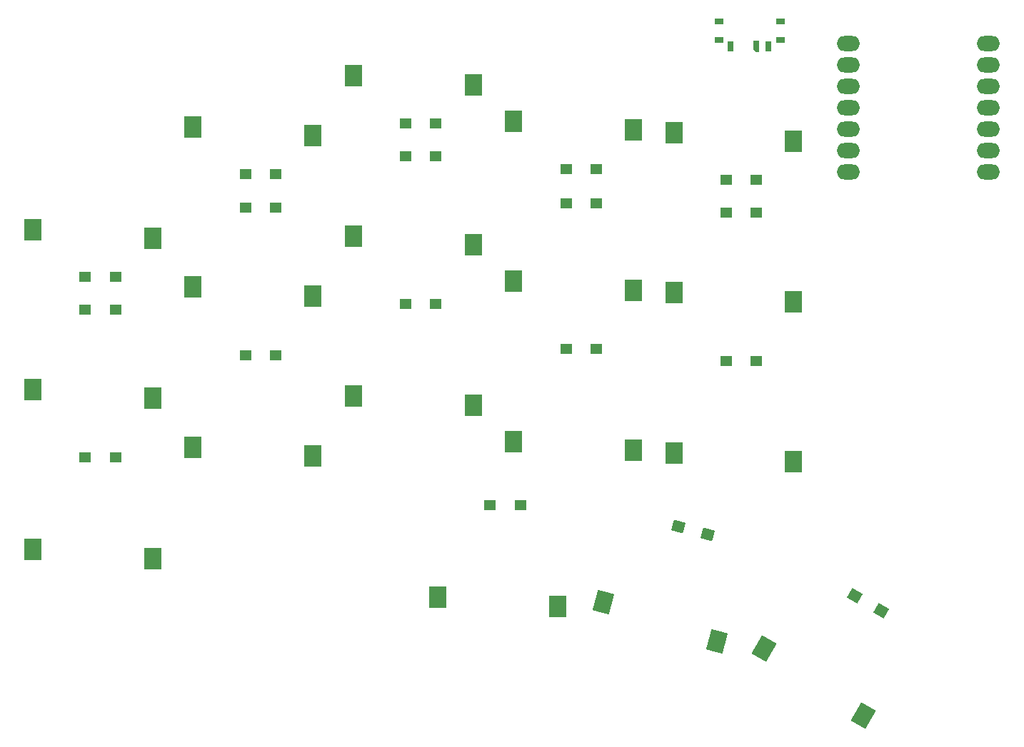
<source format=gbp>
%TF.GenerationSoftware,KiCad,Pcbnew,8.0.5*%
%TF.CreationDate,2025-01-25T20:15:24+02:00*%
%TF.ProjectId,1_3AS,315f3341-532e-46b6-9963-61645f706362,rev?*%
%TF.SameCoordinates,Original*%
%TF.FileFunction,Paste,Bot*%
%TF.FilePolarity,Positive*%
%FSLAX46Y46*%
G04 Gerber Fmt 4.6, Leading zero omitted, Abs format (unit mm)*
G04 Created by KiCad (PCBNEW 8.0.5) date 2025-01-25 20:15:24*
%MOMM*%
%LPD*%
G01*
G04 APERTURE LIST*
G04 Aperture macros list*
%AMRotRect*
0 Rectangle, with rotation*
0 The origin of the aperture is its center*
0 $1 length*
0 $2 width*
0 $3 Rotation angle, in degrees counterclockwise*
0 Add horizontal line*
21,1,$1,$2,0,0,$3*%
%AMOutline5P*
0 Free polygon, 5 corners , with rotation*
0 The origin of the aperture is its center*
0 number of corners: always 5*
0 $1 to $10 corner X, Y*
0 $11 Rotation angle, in degrees counterclockwise*
0 create outline with 5 corners*
4,1,5,$1,$2,$3,$4,$5,$6,$7,$8,$9,$10,$1,$2,$11*%
%AMOutline6P*
0 Free polygon, 6 corners , with rotation*
0 The origin of the aperture is its center*
0 number of corners: always 6*
0 $1 to $12 corner X, Y*
0 $13 Rotation angle, in degrees counterclockwise*
0 create outline with 6 corners*
4,1,6,$1,$2,$3,$4,$5,$6,$7,$8,$9,$10,$11,$12,$1,$2,$13*%
%AMOutline7P*
0 Free polygon, 7 corners , with rotation*
0 The origin of the aperture is its center*
0 number of corners: always 7*
0 $1 to $14 corner X, Y*
0 $15 Rotation angle, in degrees counterclockwise*
0 create outline with 7 corners*
4,1,7,$1,$2,$3,$4,$5,$6,$7,$8,$9,$10,$11,$12,$13,$14,$1,$2,$15*%
%AMOutline8P*
0 Free polygon, 8 corners , with rotation*
0 The origin of the aperture is its center*
0 number of corners: always 8*
0 $1 to $16 corner X, Y*
0 $17 Rotation angle, in degrees counterclockwise*
0 create outline with 8 corners*
4,1,8,$1,$2,$3,$4,$5,$6,$7,$8,$9,$10,$11,$12,$13,$14,$15,$16,$1,$2,$17*%
G04 Aperture macros list end*
%ADD10RotRect,2.000000X2.500000X330.000000*%
%ADD11R,2.000000X2.500000*%
%ADD12RotRect,2.000000X2.500000X345.000000*%
%ADD13RotRect,1.425000X1.300000X165.000000*%
%ADD14R,1.425000X1.300000*%
%ADD15RotRect,1.425000X1.300000X150.000000*%
%ADD16O,2.750000X1.800000*%
%ADD17R,1.000000X0.800000*%
%ADD18R,0.700000X1.280000*%
%ADD19Outline5P,-0.350000X0.640000X0.350000X0.640000X0.350000X-0.640000X-0.070000X-0.640000X-0.350000X-0.360000X0.000000*%
G04 APERTURE END LIST*
D10*
X182199061Y-130489492D03*
X193971622Y-138498819D03*
D11*
X114500000Y-87640970D03*
X128700000Y-88690970D03*
D12*
X163191220Y-124992485D03*
X176635607Y-129681938D03*
D11*
X95500000Y-80790970D03*
X109700000Y-81840970D03*
X152500000Y-67940970D03*
X166700000Y-68990970D03*
X114500000Y-106640970D03*
X128700000Y-107690970D03*
X171500000Y-88315970D03*
X185700000Y-89365970D03*
X171500000Y-69315970D03*
X185700000Y-70365970D03*
X152500000Y-105940970D03*
X166700000Y-106990970D03*
X152500000Y-86940970D03*
X166700000Y-87990970D03*
X114500000Y-68640970D03*
X128700000Y-69690970D03*
X171500000Y-107315970D03*
X185700000Y-108365970D03*
X95500000Y-99790970D03*
X109700000Y-100840970D03*
X133500000Y-62565970D03*
X147700000Y-63615970D03*
X143500000Y-124440700D03*
X157700000Y-125490700D03*
X133500000Y-100565970D03*
X147700000Y-101615970D03*
X95500000Y-118790970D03*
X109700000Y-119840970D03*
X133500000Y-81565970D03*
X147700000Y-82615970D03*
D13*
X175526592Y-116962639D03*
X172073408Y-116037361D03*
D14*
X181287500Y-96400000D03*
X177712500Y-96400000D03*
D15*
X196073739Y-126021799D03*
X192977699Y-124234299D03*
D14*
X153287500Y-113500000D03*
X149712500Y-113500000D03*
X105287500Y-86400000D03*
X101712500Y-86400000D03*
X105287500Y-90297000D03*
X101712500Y-90297000D03*
X162287500Y-95000000D03*
X158712500Y-95000000D03*
X181287500Y-74900000D03*
X177712500Y-74900000D03*
X181287500Y-78800000D03*
X177712500Y-78800000D03*
X143287500Y-68200000D03*
X139712500Y-68200000D03*
X143287500Y-72100000D03*
X139712500Y-72100000D03*
D16*
X192205040Y-58696046D03*
X192205040Y-61236046D03*
X192205040Y-63776046D03*
X192205040Y-66316046D03*
X192205040Y-68856046D03*
X192205040Y-71396046D03*
X192205040Y-73936046D03*
X208794960Y-73936046D03*
X208794960Y-71396046D03*
X208794960Y-68856046D03*
X208794960Y-66316046D03*
X208794960Y-63776046D03*
X208794960Y-61236046D03*
X208794960Y-58696046D03*
D14*
X162287500Y-73600000D03*
X158712500Y-73600000D03*
X124287500Y-74200000D03*
X120712500Y-74200000D03*
X143287500Y-89600000D03*
X139712500Y-89600000D03*
X162287500Y-77700000D03*
X158712500Y-77700000D03*
D17*
X184150000Y-58300970D03*
X184150000Y-56080970D03*
X176850000Y-58300970D03*
X176850000Y-56080970D03*
D18*
X182750000Y-59060970D03*
D19*
X181250000Y-59060970D03*
D18*
X178250000Y-59060970D03*
D14*
X124287500Y-78200000D03*
X120712500Y-78200000D03*
X124287500Y-95700000D03*
X120712500Y-95700000D03*
X105287500Y-107800000D03*
X101712500Y-107800000D03*
M02*

</source>
